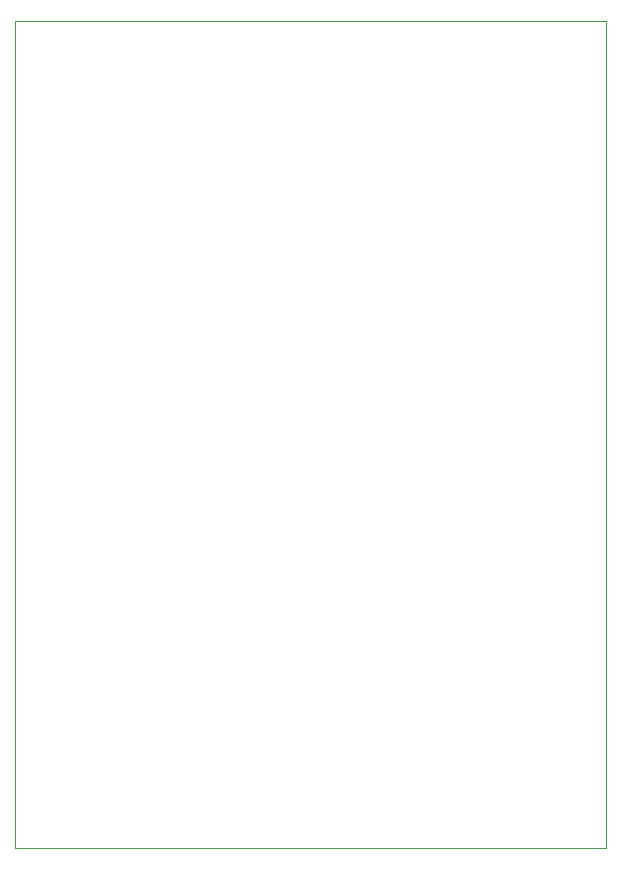
<source format=gbr>
G04 #@! TF.GenerationSoftware,KiCad,Pcbnew,(5.1.5)-2*
G04 #@! TF.CreationDate,2020-06-09T15:52:10+08:00*
G04 #@! TF.ProjectId,Bonjour STM32,426f6e6a-6f75-4722-9053-544d33322e6b,rev?*
G04 #@! TF.SameCoordinates,Original*
G04 #@! TF.FileFunction,Profile,NP*
%FSLAX46Y46*%
G04 Gerber Fmt 4.6, Leading zero omitted, Abs format (unit mm)*
G04 Created by KiCad (PCBNEW (5.1.5)-2) date 2020-06-09 15:52:10*
%MOMM*%
%LPD*%
G04 APERTURE LIST*
%ADD10C,0.050000*%
G04 APERTURE END LIST*
D10*
X160000000Y-120000000D02*
X160000000Y-110000000D01*
X210000000Y-120000000D02*
X160000000Y-120000000D01*
X210000000Y-110000000D02*
X210000000Y-120000000D01*
X210000000Y-110000000D02*
X210000000Y-100000000D01*
X160000000Y-100000000D02*
X160000000Y-110000000D01*
X160000000Y-50000000D02*
X160000000Y-100000000D01*
X170000000Y-50000000D02*
X160000000Y-50000000D01*
X170000000Y-50000000D02*
X210000000Y-50000000D01*
X210000000Y-90000000D02*
X210000000Y-100000000D01*
X210000000Y-50000000D02*
X210000000Y-90000000D01*
M02*

</source>
